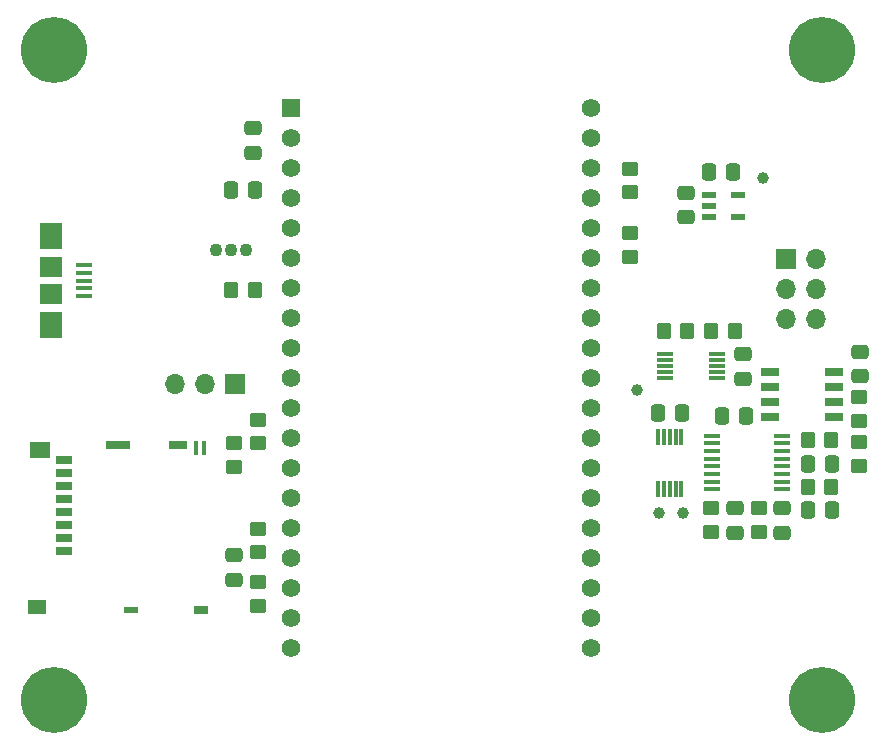
<source format=gbr>
%TF.GenerationSoftware,KiCad,Pcbnew,(7.0.0)*%
%TF.CreationDate,2023-06-14T15:09:39+02:00*%
%TF.ProjectId,PEE50_voltametrie,50454535-305f-4766-9f6c-74616d657472,rev?*%
%TF.SameCoordinates,Original*%
%TF.FileFunction,Soldermask,Top*%
%TF.FilePolarity,Negative*%
%FSLAX46Y46*%
G04 Gerber Fmt 4.6, Leading zero omitted, Abs format (unit mm)*
G04 Created by KiCad (PCBNEW (7.0.0)) date 2023-06-14 15:09:39*
%MOMM*%
%LPD*%
G01*
G04 APERTURE LIST*
G04 Aperture macros list*
%AMRoundRect*
0 Rectangle with rounded corners*
0 $1 Rounding radius*
0 $2 $3 $4 $5 $6 $7 $8 $9 X,Y pos of 4 corners*
0 Add a 4 corners polygon primitive as box body*
4,1,4,$2,$3,$4,$5,$6,$7,$8,$9,$2,$3,0*
0 Add four circle primitives for the rounded corners*
1,1,$1+$1,$2,$3*
1,1,$1+$1,$4,$5*
1,1,$1+$1,$6,$7*
1,1,$1+$1,$8,$9*
0 Add four rect primitives between the rounded corners*
20,1,$1+$1,$2,$3,$4,$5,0*
20,1,$1+$1,$4,$5,$6,$7,0*
20,1,$1+$1,$6,$7,$8,$9,0*
20,1,$1+$1,$8,$9,$2,$3,0*%
G04 Aperture macros list end*
%ADD10R,1.400000X0.300000*%
%ADD11RoundRect,0.250000X0.337500X0.475000X-0.337500X0.475000X-0.337500X-0.475000X0.337500X-0.475000X0*%
%ADD12C,1.000000*%
%ADD13C,5.600000*%
%ADD14RoundRect,0.250000X-0.450000X0.350000X-0.450000X-0.350000X0.450000X-0.350000X0.450000X0.350000X0*%
%ADD15RoundRect,0.250000X0.450000X-0.350000X0.450000X0.350000X-0.450000X0.350000X-0.450000X-0.350000X0*%
%ADD16R,1.528000X0.650000*%
%ADD17R,1.700000X1.700000*%
%ADD18O,1.700000X1.700000*%
%ADD19RoundRect,0.250000X-0.475000X0.337500X-0.475000X-0.337500X0.475000X-0.337500X0.475000X0.337500X0*%
%ADD20RoundRect,0.250000X-0.350000X-0.450000X0.350000X-0.450000X0.350000X0.450000X-0.350000X0.450000X0*%
%ADD21R,0.300000X1.400000*%
%ADD22RoundRect,0.250000X-0.337500X-0.475000X0.337500X-0.475000X0.337500X0.475000X-0.337500X0.475000X0*%
%ADD23R,1.400000X0.800000*%
%ADD24R,0.450000X1.150000*%
%ADD25R,1.800000X1.350000*%
%ADD26R,2.140000X0.650000*%
%ADD27R,1.600000X0.650000*%
%ADD28R,1.300000X0.650000*%
%ADD29R,1.150000X0.600000*%
%ADD30R,1.500000X1.160000*%
%ADD31R,1.560000X1.560000*%
%ADD32C,1.560000*%
%ADD33R,1.475000X0.450000*%
%ADD34RoundRect,0.250000X0.350000X0.450000X-0.350000X0.450000X-0.350000X-0.450000X0.350000X-0.450000X0*%
%ADD35R,1.200000X0.600000*%
%ADD36C,1.100000*%
%ADD37RoundRect,0.250000X0.475000X-0.337500X0.475000X0.337500X-0.475000X0.337500X-0.475000X-0.337500X0*%
%ADD38R,1.400000X0.400000*%
%ADD39R,1.900000X2.300000*%
%ADD40R,1.900000X1.800000*%
G04 APERTURE END LIST*
D10*
%TO.C,IC6*%
X196099999Y-99724999D03*
X196099999Y-99224999D03*
X196099999Y-98724999D03*
X196099999Y-98224999D03*
X196099999Y-97724999D03*
X191699999Y-97724999D03*
X191699999Y-98224999D03*
X191699999Y-98724999D03*
X191699999Y-99224999D03*
X191699999Y-99724999D03*
%TD*%
D11*
%TO.C,C7*%
X198600000Y-102975000D03*
X196525000Y-102975000D03*
%TD*%
D12*
%TO.C,TP5*%
X200000000Y-82800000D03*
%TD*%
D13*
%TO.C,H1*%
X140000000Y-72000000D03*
%TD*%
D14*
%TO.C,R10*%
X188750000Y-87500000D03*
X188750000Y-89500000D03*
%TD*%
D15*
%TO.C,R12*%
X155250000Y-107250000D03*
X155250000Y-105250000D03*
%TD*%
D16*
%TO.C,IC7*%
X200599999Y-99204999D03*
X200599999Y-100474999D03*
X200599999Y-101744999D03*
X200599999Y-103014999D03*
X206021999Y-103014999D03*
X206021999Y-101744999D03*
X206021999Y-100474999D03*
X206021999Y-99204999D03*
%TD*%
D17*
%TO.C,J4*%
X201929999Y-89661999D03*
D18*
X204469999Y-89661999D03*
X201929999Y-92201999D03*
X204469999Y-92201999D03*
X201929999Y-94741999D03*
X204469999Y-94741999D03*
%TD*%
D15*
%TO.C,R14*%
X157250000Y-105250000D03*
X157250000Y-103250000D03*
%TD*%
D19*
%TO.C,C8*%
X197632000Y-110746500D03*
X197632000Y-112821500D03*
%TD*%
D13*
%TO.C,H4*%
X205000000Y-127000000D03*
%TD*%
D14*
%TO.C,R16*%
X157250000Y-117000000D03*
X157250000Y-119000000D03*
%TD*%
D20*
%TO.C,R8*%
X155000000Y-92250000D03*
X157000000Y-92250000D03*
%TD*%
D19*
%TO.C,C13*%
X155250000Y-114750000D03*
X155250000Y-116825000D03*
%TD*%
D21*
%TO.C,IC5*%
X191099999Y-109124999D03*
X191599999Y-109124999D03*
X192099999Y-109124999D03*
X192599999Y-109124999D03*
X193099999Y-109124999D03*
X193099999Y-104724999D03*
X192599999Y-104724999D03*
X192099999Y-104724999D03*
X191599999Y-104724999D03*
X191099999Y-104724999D03*
%TD*%
D22*
%TO.C,C15*%
X191100000Y-102725000D03*
X193175000Y-102725000D03*
%TD*%
D12*
%TO.C,TP3*%
X189350000Y-100725000D03*
%TD*%
D20*
%TO.C,R4*%
X203800000Y-105025000D03*
X205800000Y-105025000D03*
%TD*%
D22*
%TO.C,C10*%
X203792500Y-110950000D03*
X205867500Y-110950000D03*
%TD*%
D20*
%TO.C,R3*%
X203800000Y-108975000D03*
X205800000Y-108975000D03*
%TD*%
D11*
%TO.C,C4*%
X197506000Y-82300000D03*
X195431000Y-82300000D03*
%TD*%
D17*
%TO.C,JP1*%
X155274999Y-100249999D03*
D18*
X152734999Y-100249999D03*
X150194999Y-100249999D03*
%TD*%
D14*
%TO.C,R5*%
X208170000Y-101350000D03*
X208170000Y-103350000D03*
%TD*%
D12*
%TO.C,TP2*%
X193200000Y-111200000D03*
%TD*%
D23*
%TO.C,J1*%
X140814999Y-114360499D03*
X140814999Y-113259499D03*
X140814999Y-112159499D03*
X140814999Y-111059499D03*
X140814999Y-109959499D03*
X140814999Y-108859499D03*
X140814999Y-107759499D03*
X140814999Y-106659499D03*
D24*
X152639999Y-105694499D03*
X151979999Y-105694499D03*
D25*
X138764999Y-105795499D03*
D26*
X145394999Y-105444499D03*
D27*
X150474999Y-105444499D03*
D28*
X152414999Y-119345499D03*
D29*
X146489999Y-119370499D03*
D30*
X138514999Y-119089499D03*
%TD*%
D31*
%TO.C,U1*%
X160019999Y-76834999D03*
D32*
X160020000Y-79375000D03*
X160020000Y-81915000D03*
X160020000Y-84455000D03*
X160020000Y-86995000D03*
X160020000Y-89535000D03*
X160020000Y-92075000D03*
X160020000Y-94615000D03*
X160020000Y-97155000D03*
X160020000Y-99695000D03*
X160020000Y-102235000D03*
X160020000Y-104775000D03*
X160020000Y-107315000D03*
X160020000Y-109855000D03*
X160020000Y-112395000D03*
X160020000Y-114935000D03*
X160020000Y-117475000D03*
X160020000Y-120015000D03*
X160020000Y-122555000D03*
X185420000Y-76835000D03*
X185420000Y-79375000D03*
X185420000Y-81915000D03*
X185420000Y-84455000D03*
X185420000Y-86995000D03*
X185420000Y-89535000D03*
X185420000Y-92075000D03*
X185420000Y-94615000D03*
X185420000Y-97155000D03*
X185420000Y-99695000D03*
X185420000Y-102235000D03*
X185420000Y-104775000D03*
X185420000Y-107315000D03*
X185420000Y-109855000D03*
X185420000Y-112395000D03*
X185420000Y-114935000D03*
X185420000Y-117475000D03*
X185420000Y-120015000D03*
X185420000Y-122555000D03*
%TD*%
D13*
%TO.C,H3*%
X140000000Y-127000000D03*
%TD*%
D12*
%TO.C,TP1*%
X191200000Y-111200000D03*
%TD*%
D14*
%TO.C,R6*%
X208170000Y-105160000D03*
X208170000Y-107160000D03*
%TD*%
D33*
%TO.C,IC3*%
X195721999Y-104618999D03*
X195721999Y-105268999D03*
X195721999Y-105918999D03*
X195721999Y-106568999D03*
X195721999Y-107218999D03*
X195721999Y-107868999D03*
X195721999Y-108518999D03*
X195721999Y-109168999D03*
X201597999Y-109168999D03*
X201597999Y-108518999D03*
X201597999Y-107868999D03*
X201597999Y-107218999D03*
X201597999Y-106568999D03*
X201597999Y-105918999D03*
X201597999Y-105268999D03*
X201597999Y-104618999D03*
%TD*%
D34*
%TO.C,R11*%
X193600000Y-95725000D03*
X191600000Y-95725000D03*
%TD*%
D14*
%TO.C,R1*%
X195600000Y-110754000D03*
X195600000Y-112754000D03*
%TD*%
D15*
%TO.C,R15*%
X157250000Y-114500000D03*
X157250000Y-112500000D03*
%TD*%
D35*
%TO.C,IC2*%
X195430999Y-84209999D03*
X195430999Y-85159999D03*
X195430999Y-86109999D03*
X197930999Y-86109999D03*
X197930999Y-84209999D03*
%TD*%
D13*
%TO.C,H2*%
X205000000Y-72000000D03*
%TD*%
D15*
%TO.C,R9*%
X188750000Y-84000000D03*
X188750000Y-82000000D03*
%TD*%
D20*
%TO.C,R7*%
X195600000Y-95725000D03*
X197600000Y-95725000D03*
%TD*%
D36*
%TO.C,IC8*%
X153670000Y-88900000D03*
X154940000Y-88900000D03*
X156210000Y-88900000D03*
%TD*%
D37*
%TO.C,C16*%
X208200000Y-99575000D03*
X208200000Y-97500000D03*
%TD*%
D19*
%TO.C,C5*%
X156845000Y-78570000D03*
X156845000Y-80645000D03*
%TD*%
D37*
%TO.C,C12*%
X198350000Y-99800000D03*
X198350000Y-97725000D03*
%TD*%
%TO.C,C1*%
X193526000Y-86110000D03*
X193526000Y-84035000D03*
%TD*%
D22*
%TO.C,C11*%
X203792500Y-107000000D03*
X205867500Y-107000000D03*
%TD*%
D38*
%TO.C,J2*%
X142549999Y-90199999D03*
X142549999Y-90849999D03*
X142549999Y-91499999D03*
X142549999Y-92149999D03*
X142549999Y-92799999D03*
D39*
X139699999Y-87749999D03*
D40*
X139699999Y-90349999D03*
X139699999Y-92649999D03*
D39*
X139699999Y-95249999D03*
%TD*%
D19*
%TO.C,C9*%
X201650000Y-110746500D03*
X201650000Y-112821500D03*
%TD*%
D14*
%TO.C,R2*%
X199650000Y-110754000D03*
X199650000Y-112754000D03*
%TD*%
D11*
%TO.C,C14*%
X157015000Y-83820000D03*
X154940000Y-83820000D03*
%TD*%
M02*

</source>
